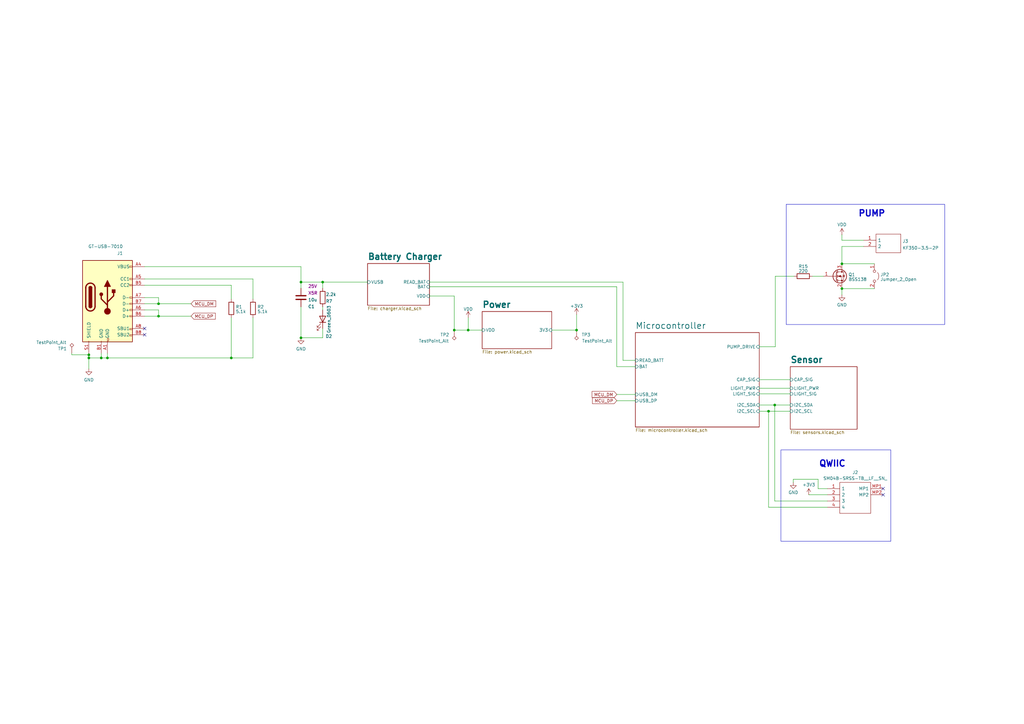
<source format=kicad_sch>
(kicad_sch (version 20231120) (generator "eeschema") (generator_version "8.0")
  (paper "A3")
  (title_block (title "Plant Bot") (date "2025-01-11") (rev "F"))
  (lib_symbols
    (symbol "+3V3_1" (power) (pin_numbers hide) (pin_names (offset 0) hide)
      (property "Value" "+3V3" (at 0 3.556 0))
      (symbol "+3V3_1_0_1"
        (polyline (pts (xy -0.762 1.27) (xy 0 2.54)))
        (polyline (pts (xy 0 0) (xy 0 2.54)))
        (polyline (pts (xy 0 2.54) (xy 0.762 1.27)))
      )
      (symbol "+3V3_1_1_1"
        (pin power_in line (at 0 0 90) (length 0) (name "~") (number "1"))
      )
    )
    (symbol "Capacitor_JLC:10u" (pin_numbers hide) (pin_names (offset 0.254))
      (property "Reference" "C" (at 0.635 2.54 0))
      (property "Value" "10u" (at 0.635 -2.54 0))
      (property "Type" "X5R" (at 5.08 2.54 0))
      (property "Voltage" "25V" (at 5.08 0 0))
      (symbol "10u_0_1"
        (polyline (pts (xy -2.032 -0.762) (xy 2.032 -0.762)) (stroke (width 0.508)))
        (polyline (pts (xy -2.032 0.762) (xy 2.032 0.762)) (stroke (width 0.508)))
      )
      (symbol "10u_1_1"
        (pin passive line (at 0 3.81 270) (length 2.794) (name "~") (number "1"))
        (pin passive line (at 0 -3.81 90) (length 2.794) (name "~") (number "2"))
      )
    )
    (symbol "Connector_JLC:GT-USB-7010" (pin_names (offset 1.016))
      (property "Reference" "J" (at -10.16 29.21 0))
      (property "Value" "GT-USB-7010" (at 10.16 29.21 0))
      (symbol "GT-USB-7010_0_0"
        (rectangle (start 0 -5.08) (end 0.508 -4.064))
        (rectangle (start 10.16 -2.54) (end 9.144 -3.048))
        (rectangle (start 10.16 0) (end 9.144 -0.508))
        (rectangle (start 10.16 5.334) (end 9.144 4.826))
        (rectangle (start 10.16 7.874) (end 9.144 7.366))
        (rectangle (start 10.16 10.414) (end 9.144 9.906))
        (rectangle (start 10.16 12.954) (end 9.144 12.446))
        (rectangle (start 10.16 18.034) (end 9.144 17.526))
        (rectangle (start 10.16 20.574) (end 9.144 20.066))
        (rectangle (start 10.16 25.654) (end 9.144 25.146))
      )
      (symbol "GT-USB-7010_0_1"
        (rectangle (start -10.16 27.94) (end 10.2108 -5.4864) (stroke (width 0.254)) (fill (type background)))
        (arc (start -8.89 9.0932) (mid -6.985 7.1965) (end -5.08 9.0932) (stroke (width 0.508)))
        (arc (start -7.62 9.0932) (mid -6.985 8.4609) (end -6.35 9.0932) (stroke (width 0.254)))
        (arc (start -7.62 9.0932) (mid -6.985 8.4609) (end -6.35 9.0932) (stroke (width 0.254)) (fill (type outline)))
        (rectangle (start -7.62 9.0932) (end -6.35 16.7132) (stroke (width 0.254)) (fill (type outline)))
        (arc (start -6.35 16.7132) (mid -6.985 17.3455) (end -7.62 16.7132) (stroke (width 0.254)))
        (arc (start -6.35 16.7132) (mid -6.985 17.3455) (end -7.62 16.7132) (stroke (width 0.254)) (fill (type outline)))
        (arc (start -5.08 16.7132) (mid -6.985 18.6099) (end -8.89 16.7132) (stroke (width 0.508)))
        (polyline (pts (xy -8.89 9.0932) (xy -8.89 16.7132)) (stroke (width 0.508)))
        (polyline (pts (xy -5.08 16.7132) (xy -5.08 9.0932)) (stroke (width 0.508)))
      )
      (symbol "GT-USB-7010_1_1"
        (circle (center -2.54 14.0462) (radius 0.635) (stroke (width 0.254)) (fill (type outline)))
        (polyline (pts (xy 0 7.0612) (xy 0 17.2212)) (stroke (width 0.508)))
        (polyline (pts (xy 0 9.6012) (xy -2.54 12.1412) (xy -2.54 13.4112)) (stroke (width 0.508)))
        (polyline (pts (xy 0 10.8712) (xy 2.54 13.4112) (xy 2.54 14.6812)) (stroke (width 0.508)))
        (polyline (pts (xy -1.27 17.2212) (xy 0 19.7612) (xy 1.27 17.2212) (xy -1.27 17.2212)) (stroke (width 0.254)) (fill (type outline)))
        (circle (center 0 7.0612) (radius 1.27) (fill (type outline)))
        (rectangle (start 1.905 14.6812) (end 3.175 15.9512) (stroke (width 0.254)) (fill (type outline)))
        (pin passive line (at 0 -10.16 90) (length 5.08) (name "GND") (number "A1"))
        (pin passive line (at 15.24 25.4 180) (length 5.08) (name "VBUS") (number "A4"))
        (pin bidirectional line (at 15.24 20.32 180) (length 5.08) (name "CC1") (number "A5"))
        (pin bidirectional line (at 15.24 7.62 180) (length 5.08) (name "D+") (number "A6"))
        (pin bidirectional line (at 15.24 12.7 180) (length 5.08) (name "D-") (number "A7"))
        (pin bidirectional line (at 15.24 0 180) (length 5.08) (name "SBU1") (number "A8"))
        (pin passive line (at 15.24 25.4 180) (length 5.08) hide (name "VBUS") (number "A9"))
        (pin passive line (at -2.54 -10.16 90) (length 5.08) (name "GND") (number "B1"))
        (pin passive line (at 15.24 25.4 180) (length 5.08) hide (name "VBUS") (number "B4"))
        (pin bidirectional line (at 15.24 17.78 180) (length 5.08) (name "CC2") (number "B5"))
        (pin bidirectional line (at 15.24 5.08 180) (length 5.08) (name "D+") (number "B6"))
        (pin bidirectional line (at 15.24 10.16 180) (length 5.08) (name "D-") (number "B7"))
        (pin bidirectional line (at 15.24 -2.54 180) (length 5.08) (name "SBU2") (number "B8"))
        (pin passive line (at 15.24 25.4 180) (length 5.08) hide (name "VBUS") (number "B9"))
        (pin passive line (at -7.62 -10.16 90) (length 5.08) (name "SHIELD") (number "S1"))
      )
    )
    (symbol "Connector_JLC:KF350-3.5-2P" (pin_names (offset 0.762))
      (property "Reference" "J" (at 16.51 7.62 0))
      (property "Value" "KF350-3.5-2P" (at 16.51 5.08 0))
      (symbol "KF350-3.5-2P_0_0"
        (pin passive line (at 0 0 0) (length 5.08) (name "1") (number "1"))
        (pin passive line (at 0 -2.54 0) (length 5.08) (name "2") (number "2"))
      )
      (symbol "KF350-3.5-2P_0_1"
        (polyline (pts (xy 5.08 2.54) (xy 15.24 2.54) (xy 15.24 -5.08) (xy 5.08 -5.08) (xy 5.08 2.54)) (stroke (width 0.1524)))
      )
    )
    (symbol "Connector_JLC:SM04B-SRSS-TB__LF__SN_" (pin_names (offset 0.762))
      (property "Reference" "J" (at 19.05 7.62 0))
      (property "Value" "SM04B-SRSS-TB__LF__SN_" (at 19.05 5.08 0))
      (symbol "SM04B-SRSS-TB__LF__SN__0_0"
        (pin passive line (at 22.86 0 180) (length 5.08) (name "1") (number "1"))
        (pin passive line (at 22.86 -2.54 180) (length 5.08) (name "2") (number "2"))
        (pin passive line (at 22.86 -5.08 180) (length 5.08) (name "3") (number "3"))
        (pin passive line (at 22.86 -7.62 180) (length 5.08) (name "4") (number "4"))
        (pin passive line (at 0 0 0) (length 5.08) (name "MP1") (number "MP1"))
        (pin passive line (at 0 -2.54 0) (length 5.08) (name "MP2") (number "MP2"))
      )
      (symbol "SM04B-SRSS-TB__LF__SN__0_1"
        (polyline (pts (xy 5.08 2.54) (xy 17.78 2.54) (xy 17.78 -10.16) (xy 5.08 -10.16) (xy 5.08 2.54)) (stroke (width 0.1524)))
      )
    )
    (symbol "Diode_JLC:Green_0603" (pin_numbers hide) (pin_names (offset 1.016) hide)
      (property "Reference" "D" (at 0 5.08 0))
      (property "Value" "Green_0603" (at 0 3.175 0))
      (symbol "Green_0603_0_1"
        (polyline (pts (xy -1.27 -1.27) (xy -1.27 1.27)) (stroke (width 0.254)))
        (polyline (pts (xy -1.27 0) (xy 1.27 0)))
        (polyline (pts (xy 1.27 -1.27) (xy 1.27 1.27) (xy -1.27 0) (xy 1.27 -1.27)) (stroke (width 0.254)))
        (polyline (pts (xy -3.048 -0.762) (xy -4.572 -2.286) (xy -3.81 -2.286) (xy -4.572 -2.286) (xy -4.572 -1.524)))
        (polyline (pts (xy -1.778 -0.762) (xy -3.302 -2.286) (xy -2.54 -2.286) (xy -3.302 -2.286) (xy -3.302 -1.524)))
      )
      (symbol "Green_0603_1_1"
        (pin passive line (at -3.81 0 0) (length 2.54) (name "K") (number "1"))
        (pin passive line (at 3.81 0 180) (length 2.54) (name "A") (number "2"))
      )
    )
    (symbol "GND_1" (power) (pin_numbers hide) (pin_names (offset 0) hide)
      (property "Value" "GND" (at 0 -3.81 0))
      (symbol "GND_1_0_1"
        (polyline (pts (xy 0 0) (xy 0 -1.27) (xy 1.27 -1.27) (xy 0 -2.54) (xy -1.27 -1.27) (xy 0 -1.27)))
      )
      (symbol "GND_1_1_1"
        (pin power_in line (at 0 0 270) (length 0) (name "~") (number "1"))
      )
    )
    (symbol "Jumper:Jumper_2_Open" (pin_names (offset 0) hide)
      (property "Reference" "JP" (at 0 2.794 0))
      (property "Value" "Jumper_2_Open" (at 0 -2.286 0))
      (symbol "Jumper_2_Open_0_0"
        (circle (center -2.032 0) (radius 0.508))
        (circle (center 2.032 0) (radius 0.508))
      )
      (symbol "Jumper_2_Open_0_1"
        (arc (start 1.524 1.27) (mid 0 1.778) (end -1.524 1.27))
      )
      (symbol "Jumper_2_Open_1_1"
        (pin passive line (at -5.08 0 0) (length 2.54) (name "A") (number "1"))
        (pin passive line (at 5.08 0 180) (length 2.54) (name "B") (number "2"))
      )
    )
    (symbol "Resistor_JLC:2.2k" (pin_numbers hide) (pin_names (offset 0))
      (property "Reference" "R" (at 2.032 0 90))
      (property "Value" "2.2k" (at 0 0 90))
      (symbol "2.2k_0_1"
        (rectangle (start -1.016 -2.54) (end 1.016 2.54) (stroke (width 0.254)))
      )
      (symbol "2.2k_1_1"
        (pin passive line (at 0 3.81 270) (length 1.27) (name "~") (number "1"))
        (pin passive line (at 0 -3.81 90) (length 1.27) (name "~") (number "2"))
      )
    )
    (symbol "Resistor_JLC:220" (pin_numbers hide) (pin_names (offset 0))
      (property "Reference" "R" (at 2.032 0 90))
      (property "Value" "220" (at 0 0 90))
      (symbol "220_0_1"
        (rectangle (start -1.016 -2.54) (end 1.016 2.54) (stroke (width 0.254)))
      )
      (symbol "220_1_1"
        (pin passive line (at 0 3.81 270) (length 1.27) (name "~") (number "1"))
        (pin passive line (at 0 -3.81 90) (length 1.27) (name "~") (number "2"))
      )
    )
    (symbol "Resistor_JLC:5.1k" (pin_numbers hide) (pin_names (offset 0))
      (property "Reference" "R" (at 2.032 0 90))
      (property "Value" "5.1k" (at 0 0 90))
      (symbol "5.1k_0_1"
        (rectangle (start -1.016 -2.54) (end 1.016 2.54) (stroke (width 0.254)))
      )
      (symbol "5.1k_1_1"
        (pin passive line (at 0 3.81 270) (length 1.27) (name "~") (number "1"))
        (pin passive line (at 0 -3.81 90) (length 1.27) (name "~") (number "2"))
      )
    )
    (symbol "Transistor_JLC:BSS138" (pin_names hide)
      (property "Reference" "Q" (at 5.08 1.905 0))
      (property "Value" "BSS138" (at 5.08 0 0))
      (symbol "BSS138_0_1"
        (polyline (pts (xy 0.254 0) (xy -2.54 0)))
        (polyline (pts (xy 0.254 1.905) (xy 0.254 -1.905)) (stroke (width 0.254)))
        (polyline (pts (xy 0.762 -1.27) (xy 0.762 -2.286)) (stroke (width 0.254)))
        (polyline (pts (xy 0.762 0.508) (xy 0.762 -0.508)) (stroke (width 0.254)))
        (polyline (pts (xy 0.762 2.286) (xy 0.762 1.27)) (stroke (width 0.254)))
        (polyline (pts (xy 2.54 2.54) (xy 2.54 1.778)))
        (polyline (pts (xy 2.54 -2.54) (xy 2.54 0) (xy 0.762 0)))
        (polyline (pts (xy 0.762 -1.778) (xy 3.302 -1.778) (xy 3.302 1.778) (xy 0.762 1.778)))
        (polyline (pts (xy 1.016 0) (xy 2.032 0.381) (xy 2.032 -0.381) (xy 1.016 0)) (fill (type outline)))
        (polyline (pts (xy 2.794 0.508) (xy 2.921 0.381) (xy 3.683 0.381) (xy 3.81 0.254)))
        (polyline (pts (xy 3.302 0.381) (xy 2.921 -0.254) (xy 3.683 -0.254) (xy 3.302 0.381)))
        (circle (center 1.651 0) (radius 2.794) (stroke (width 0.254)))
        (circle (center 2.54 -1.778) (radius 0.254) (fill (type outline)))
        (circle (center 2.54 1.778) (radius 0.254) (fill (type outline)))
      )
      (symbol "BSS138_1_1"
        (pin input line (at -5.08 0 0) (length 2.54) (name "G") (number "1"))
        (pin passive line (at 2.54 -5.08 90) (length 2.54) (name "S") (number "2"))
        (pin passive line (at 2.54 5.08 270) (length 2.54) (name "D") (number "3"))
      )
    )
    (symbol "VDD_1" (power) (pin_numbers hide) (pin_names (offset 0) hide)
      (property "Value" "VDD" (at 0 3.556 0))
      (symbol "VDD_1_0_1"
        (polyline (pts (xy -0.762 1.27) (xy 0 2.54)))
        (polyline (pts (xy 0 0) (xy 0 2.54)))
        (polyline (pts (xy 0 2.54) (xy 0.762 1.27)))
      )
      (symbol "VDD_1_1_1"
        (pin power_in line (at 0 0 90) (length 0) (name "~") (number "1"))
      )
    )
    (symbol "personal:TestPoint_Alt" (pin_numbers hide) (pin_names (offset 0.762) hide)
      (property "Reference" "TP" (at 0 6.858 0))
      (property "Value" "TestPoint_Alt" (at 0 5.08 0))
      (symbol "TestPoint_Alt_0_1"
        (polyline (pts (xy 0 2.54) (xy -0.762 3.302) (xy 0 4.064) (xy 0.762 3.302) (xy 0 2.54)))
      )
      (symbol "TestPoint_Alt_1_1"
        (pin passive line (at 0 0 90) (length 2.54) (name "1") (number "1"))
      )
    )
    (symbol "power:+3V3" (power) (pin_names (offset 0))
      (property "Value" "+3V3" (at 0 3.556 0))
      (symbol "+3V3_0_1"
        (polyline (pts (xy -0.762 1.27) (xy 0 2.54)))
        (polyline (pts (xy 0 0) (xy 0 2.54)))
        (polyline (pts (xy 0 2.54) (xy 0.762 1.27)))
      )
      (symbol "+3V3_1_1"
        (pin power_in line (at 0 0 90) (length 0) hide (name "+3V3") (number "1"))
      )
    )
    (symbol "power:GND" (power) (pin_names (offset 0))
      (property "Value" "GND" (at 0 -3.81 0))
      (symbol "GND_0_1"
        (polyline (pts (xy 0 0) (xy 0 -1.27) (xy 1.27 -1.27) (xy 0 -2.54) (xy -1.27 -1.27) (xy 0 -1.27)))
      )
      (symbol "GND_1_1"
        (pin power_in line (at 0 0 270) (length 0) hide (name "GND") (number "1"))
      )
    )
    (symbol "power:VDD" (power) (pin_names (offset 0))
      (property "Value" "VDD" (at 0 3.81 0))
      (symbol "VDD_0_1"
        (polyline (pts (xy -0.762 1.27) (xy 0 2.54)))
        (polyline (pts (xy 0 0) (xy 0 2.54)))
        (polyline (pts (xy 0 2.54) (xy 0.762 1.27)))
      )
      (symbol "VDD_1_1"
        (pin power_in line (at 0 0 90) (length 0) hide (name "VDD") (number "1"))
      )
    )
  )
  (junction (at 345.313 118.364))
  (junction (at 65.024 129.667))
  (junction (at 36.449 145.542))
  (junction (at 123.444 115.697))
  (junction (at 94.869 146.812))
  (junction (at 192.024 135.382))
  (junction (at 345.313 108.204))
  (junction (at 41.529 146.812))
  (junction (at 65.024 124.587))
  (junction (at 123.444 138.557))
  (junction (at 236.474 135.382))
  (junction (at 186.309 135.382))
  (junction (at 315.214 168.656))
  (junction (at 132.334 115.697))
  (junction (at 317.754 166.116))
  (junction (at 36.449 146.812))
  (junction (at 44.069 146.812))
  (no_connect (at 59.309 134.747))
  (no_connect (at 362.204 200.406))
  (no_connect (at 362.204 202.946))
  (no_connect (at 59.309 137.287))
  (wire (pts (xy 339.344 200.406) (xy 335.534 200.406)))
  (wire (pts (xy 123.444 115.697) (xy 132.334 115.697)))
  (wire (pts (xy 345.313 98.552) (xy 354.203 98.552)))
  (wire (pts (xy 345.313 118.364) (xy 345.313 120.904)))
  (wire (pts (xy 358.648 118.364) (xy 345.313 118.364)))
  (wire (pts (xy 59.309 109.347) (xy 123.444 109.347)))
  (wire (pts (xy 226.314 135.382) (xy 236.474 135.382)))
  (wire (pts (xy 94.869 146.812) (xy 103.759 146.812)))
  (wire (pts (xy 176.149 117.602) (xy 252.984 117.602)))
  (wire (pts (xy 311.404 159.258) (xy 324.104 159.258)))
  (wire (pts (xy 311.404 161.544) (xy 324.104 161.544)))
  (wire (pts (xy 335.534 196.596) (xy 325.374 196.596)))
  (wire (pts (xy 339.344 208.026) (xy 315.214 208.026)))
  (wire (pts (xy 176.149 121.412) (xy 186.309 121.412)))
  (wire (pts (xy 132.334 115.697) (xy 150.749 115.697)))
  (wire (pts (xy 252.984 161.798) (xy 260.604 161.798)))
  (wire (pts (xy 123.444 109.347) (xy 123.444 115.697)))
  (wire (pts (xy 317.754 205.486) (xy 339.344 205.486)))
  (wire (pts (xy 255.524 147.828) (xy 255.524 115.697)))
  (wire (pts (xy 59.309 127.127) (xy 65.024 127.127)))
  (wire (pts (xy 335.534 200.406) (xy 335.534 196.596)))
  (wire (pts (xy 331.724 202.946) (xy 339.344 202.946)))
  (wire (pts (xy 311.404 142.24) (xy 318.008 142.24)))
  (wire (pts (xy 44.069 146.812) (xy 44.069 144.907)))
  (wire (pts (xy 59.309 122.047) (xy 65.024 122.047)))
  (wire (pts (xy 103.759 114.427) (xy 103.759 122.682)))
  (wire (pts (xy 318.008 142.24) (xy 318.008 113.284)))
  (wire (pts (xy 59.309 114.427) (xy 103.759 114.427)))
  (wire (pts (xy 132.334 118.237) (xy 132.334 115.697)))
  (wire (pts (xy 236.474 129.032) (xy 236.474 135.382)))
  (wire (pts (xy 123.444 125.857) (xy 123.444 138.557)))
  (wire (pts (xy 315.214 168.656) (xy 315.214 208.026)))
  (wire (pts (xy 317.754 166.116) (xy 324.104 166.116)))
  (wire (pts (xy 192.024 130.302) (xy 192.024 135.382)))
  (wire (pts (xy 36.449 145.542) (xy 36.449 146.812)))
  (wire (pts (xy 29.464 144.907) (xy 29.464 145.542)))
  (wire (pts (xy 311.404 155.702) (xy 324.104 155.702)))
  (wire (pts (xy 123.444 118.237) (xy 123.444 115.697)))
  (wire (pts (xy 176.149 115.697) (xy 255.524 115.697)))
  (wire (pts (xy 65.024 122.047) (xy 65.024 124.587)))
  (wire (pts (xy 311.404 168.656) (xy 315.214 168.656)))
  (wire (pts (xy 59.309 124.587) (xy 65.024 124.587)))
  (wire (pts (xy 252.984 117.602) (xy 252.984 150.368)))
  (wire (pts (xy 94.869 116.967) (xy 59.309 116.967)))
  (wire (pts (xy 345.313 98.552) (xy 345.313 96.266)))
  (wire (pts (xy 78.359 124.587) (xy 65.024 124.587)))
  (wire (pts (xy 29.464 145.542) (xy 36.449 145.542)))
  (wire (pts (xy 192.024 135.382) (xy 197.739 135.382)))
  (wire (pts (xy 333.248 113.284) (xy 337.693 113.284)))
  (wire (pts (xy 36.449 146.812) (xy 36.449 151.257)))
  (wire (pts (xy 132.334 127.127) (xy 132.334 125.857)))
  (wire (pts (xy 317.754 166.116) (xy 317.754 205.486)))
  (wire (pts (xy 317.754 166.116) (xy 311.404 166.116)))
  (wire (pts (xy 59.309 129.667) (xy 65.024 129.667)))
  (wire (pts (xy 94.869 146.812) (xy 94.869 130.302)))
  (wire (pts (xy 325.374 196.596) (xy 325.374 197.866)))
  (wire (pts (xy 345.313 108.204) (xy 358.648 108.204)))
  (wire (pts (xy 132.334 134.747) (xy 132.334 138.557)))
  (wire (pts (xy 36.449 146.812) (xy 41.529 146.812)))
  (wire (pts (xy 44.069 146.812) (xy 94.869 146.812)))
  (wire (pts (xy 318.008 113.284) (xy 325.628 113.284)))
  (wire (pts (xy 65.024 129.667) (xy 78.359 129.667)))
  (wire (pts (xy 41.529 146.812) (xy 44.069 146.812)))
  (wire (pts (xy 252.984 150.368) (xy 260.604 150.368)))
  (wire (pts (xy 345.313 101.092) (xy 354.203 101.092)))
  (wire (pts (xy 315.214 168.656) (xy 324.104 168.656)))
  (wire (pts (xy 252.984 164.338) (xy 260.604 164.338)))
  (wire (pts (xy 260.604 147.828) (xy 255.524 147.828)))
  (wire (pts (xy 186.309 135.382) (xy 192.024 135.382)))
  (wire (pts (xy 41.529 144.907) (xy 41.529 146.812)))
  (wire (pts (xy 186.309 121.412) (xy 186.309 135.382)))
  (wire (pts (xy 94.869 122.682) (xy 94.869 116.967)))
  (wire (pts (xy 132.334 138.557) (xy 123.444 138.557)))
  (wire (pts (xy 103.759 130.302) (xy 103.759 146.812)))
  (wire (pts (xy 36.449 144.907) (xy 36.449 145.542)))
  (wire (pts (xy 65.024 129.667) (xy 65.024 127.127)))
  (wire (pts (xy 345.313 101.092) (xy 345.313 108.204)))
  (rectangle (start 320.294 184.531) (end 365.379 221.996))
  (rectangle (start 322.453 83.82) (end 387.477 133.096))
  (text "PUMP" (at 351.917 89.154 0) (effects (font (size 2.54 2.54) (thickness 0.508) (bold yes)) (justify left bottom)))
  (text "QWIIC" (at 335.788 191.77 0) (effects (font (size 2.54 2.54) (thickness 0.508) (bold yes)) (justify left bottom)))
  (global_label "MCU_DP" (shape input) (at 78.359 129.667 0) (property "Intersheetrefs" "${INTERSHEET_REFS}" (effects (hide yes))))
  (global_label "MCU_DM" (shape input) (at 252.984 161.798 180) (property "Intersheetrefs" "${INTERSHEET_REFS}" (effects (hide yes))))
  (global_label "MCU_DP" (shape input) (at 252.984 164.338 180) (property "Intersheetrefs" "${INTERSHEET_REFS}" (effects (hide yes))))
  (global_label "MCU_DM" (shape input) (at 78.359 124.587 0) (property "Intersheetrefs" "${INTERSHEET_REFS}" (effects (hide yes))))
  (symbol (lib_id "Connector_JLC:SM04B-SRSS-TB__LF__SN_") (at 362.204 200.406 0) (mirror y) (unit 1)
    (property "Reference" "J2" (at 350.774 193.7723 0))
    (property "Value" "SM04B-SRSS-TB__LF__SN_" (at 350.774 196.1966 0))
    (property "Footprint" "SM04BSRSSTBLFSN" (effects (hide yes)))
    (property "Datasheet" "https://www.jst-mfg.com/product/pdf/eng/eSH.pdf" (effects (hide yes)))
    (property "Description" "Socket; wire-board; male; SH,SR; 1mm; PIN: 4; SMT; 50V; 1A; -2585C" (effects (hide yes)))
    (property "Height" "2.9" (effects (hide yes)))
    (property "Manufacturer_Name" "JST (JAPAN SOLDERLESS TERMINALS)" (effects (hide yes)))
    (property "Manufacturer_Part_Number" "SM04B-SRSS-TB (LF)(SN)" (effects (hide yes)))
    (property "LCSC" "C160404" (effects (hide yes)))
  )
  (symbol (lib_id "Diode_JLC:Green_0603") (at 132.334 130.937 270) (mirror x) (unit 1)
    (property "Reference" "D2" (at 134.874 137.922 90))
    (property "Value" "Green_0603" (at 134.874 130.937 0))
    (property "Footprint" "LED_SMD:LED_0603_1608Metric" (effects (hide yes)))
    (property "Datasheet" "https://datasheet.lcsc.com/lcsc/1811101510_Everlight-Elec-19-217-GHC-YR1S2-3T_C72043.pdf" (effects (hide yes)))
    (property "LCSC" "C72043" (effects (hide yes)))
  )
  (symbol (lib_id "Resistor_JLC:5.1k") (at 103.759 126.492 0) (unit 1)
    (property "Reference" "R2" (at 105.537 125.8483 0) (effects (justify left)))
    (property "Value" "5.1k" (at 105.537 127.7693 0) (effects (justify left)))
    (property "Footprint" "Resistor_SMD:R_0402_1005Metric" (effects (hide yes)))
    (property "LCSC" "C2906948" (effects (hide yes)))
  )
  (symbol (lib_id "Connector_JLC:KF350-3.5-2P") (at 354.203 98.552 0) (unit 1)
    (property "Reference" "J3" (at 370.1542 98.9135 0) (effects (justify left)))
    (property "Value" "KF350-3.5-2P" (at 370.1542 101.6886 0) (effects (justify left)))
    (property "Footprint" "KF350352P" (effects (hide yes)))
    (property "Datasheet" "https://datasheet.lcsc.com/szlcsc/2001160007_Cixi-Kefa-Elec-KF350-3-5-2P_C474892.pdf" (effects (hide yes)))
    (property "Description" "P=3.5mm Screw terminal RoHS 2 Pos" (effects (hide yes)))
    (property "Height" "8.8" (effects (hide yes)))
    (property "Manufacturer_Name" "CIXI KEFA ELECTRONICS" (effects (hide yes)))
    (property "Manufacturer_Part_Number" "KF350-3.5-2P" (effects (hide yes)))
    (property "LCSC" "C474892" (effects (hide yes)))
  )
  (symbol (lib_id "personal:TestPoint_Alt") (at 29.464 144.907 0) (mirror y) (unit 1)
    (property "Reference" "TP1" (at 23.749 143.002 0) (effects (justify right)))
    (property "Value" "TestPoint_Alt" (at 14.859 140.462 0) (effects (justify right)))
    (property "Footprint" "TestPoint:TestPoint_Pad_1.0x1.0mm" (effects (hide yes)))
  )
  (symbol (lib_id "Resistor_JLC:5.1k") (at 94.869 126.492 0) (unit 1)
    (property "Reference" "R1" (at 96.647 125.8483 0) (effects (justify left)))
    (property "Value" "5.1k" (at 96.647 127.7693 0) (effects (justify left)))
    (property "Footprint" "Resistor_SMD:R_0402_1005Metric" (effects (hide yes)))
    (property "LCSC" "C2906948" (effects (hide yes)))
  )
  (symbol (lib_id "Capacitor_JLC:10u") (at 123.444 122.047 0) (mirror x) (unit 1)
    (property "Reference" "C1" (at 126.365 125.7306 0) (effects (justify left)))
    (property "Value" "10u" (at 126.365 122.9555 0) (effects (justify left)))
    (property "Footprint" "Capacitor_SMD:C_0805_2012Metric" (effects (hide yes)))
    (property "Type" "X5R" (at 126.365 120.1804 0) (effects (justify left)))
    (property "LCSC" "C15850" (effects (hide yes)))
    (property "Voltage" "25V" (at 126.365 117.4053 0) (effects (justify left)))
  )
  (symbol (lib_id "power:GND") (at 345.313 120.904 0) (unit 1)
    (property "Reference" "#PWR015" (effects (hide yes)))
    (property "Value" "GND" (at 345.313 125.0395 0))
  )
  (symbol (lib_id "Jumper:Jumper_2_Open") (at 358.648 113.284 270) (unit 1)
    (property "Reference" "JP2" (at 361.061 112.6403 90) (effects (justify left)))
    (property "Value" "Jumper_2_Open" (at 361.061 114.5613 90) (effects (justify left)))
    (property "Footprint" "Jumper:SolderJumper-2_P1.3mm_Open_RoundedPad1.0x1.5mm" (effects (hide yes)))
  )
  (symbol (lib_name "+3V3_1") (lib_id "power:+3V3") (at 331.724 202.946 0) (unit 1)
    (property "Reference" "#PWR06" (effects (hide yes)))
    (property "Value" "+3V3" (at 331.724 198.8129 0))
    (property "Description" "Power symbol creates a global label with name \"+3V3\"" (effects (hide yes)))
  )
  (symbol (lib_id "personal:TestPoint_Alt") (at 186.309 135.382 180) (unit 1)
    (property "Reference" "TP2" (at 180.594 137.287 0) (effects (justify right)))
    (property "Value" "TestPoint_Alt" (at 171.704 139.827 0) (effects (justify right)))
    (property "Footprint" "TestPoint:TestPoint_Pad_1.0x1.0mm" (effects (hide yes)))
  )
  (symbol (lib_name "GND_1") (lib_id "power:GND") (at 325.374 197.866 0) (unit 1)
    (property "Reference" "#PWR05" (effects (hide yes)))
    (property "Value" "GND" (at 325.374 201.9991 0))
    (property "Description" "Power symbol creates a global label with name \"GND\" , ground" (effects (hide yes)))
  )
  (symbol (lib_id "power:+3V3") (at 236.474 129.032 0) (unit 1)
    (property "Reference" "#PWR04" (effects (hide yes)))
    (property "Value" "+3V3" (at 236.474 125.5301 0))
  )
  (symbol (lib_name "VDD_1") (lib_id "power:VDD") (at 345.313 96.266 0) (unit 1)
    (property "Reference" "#PWR016" (effects (hide yes)))
    (property "Value" "VDD" (at 345.313 92.1329 0))
    (property "Description" "Power symbol creates a global label with name \"VDD\"" (effects (hide yes)))
  )
  (symbol (lib_id "power:GND") (at 123.444 138.557 0) (unit 1)
    (property "Reference" "#PWR02" (effects (hide yes)))
    (property "Value" "GND" (at 123.444 143.1195 0))
  )
  (symbol (lib_id "Connector_JLC:GT-USB-7010") (at 44.069 134.747 0) (unit 1)
    (property "Reference" "J1" (at 50.419 103.8671 0) (effects (justify right)))
    (property "Value" "GT-USB-7010" (at 50.419 101.092 0) (effects (justify right)))
    (property "Footprint" "Connectors_JT:GT-USB-7010A" (effects (hide yes)))
    (property "Datasheet" "https://www.dg-switch.com/uploads/soft/190828/GT-USB-7010X.pdf" (effects (hide yes)))
    (property "LCSC" "C963370" (effects (hide yes)))
  )
  (symbol (lib_id "personal:TestPoint_Alt") (at 236.474 135.382 0) (mirror x) (unit 1)
    (property "Reference" "TP3" (at 242.189 137.287 0) (effects (justify right)))
    (property "Value" "TestPoint_Alt" (at 251.079 139.827 0) (effects (justify right)))
    (property "Footprint" "TestPoint:TestPoint_Pad_1.0x1.0mm" (effects (hide yes)))
  )
  (symbol (lib_id "power:GND") (at 36.449 151.257 0) (unit 1)
    (property "Reference" "#PWR01" (effects (hide yes)))
    (property "Value" "GND" (at 36.449 155.8195 0))
  )
  (symbol (lib_id "Resistor_JLC:220") (at 329.438 113.284 90) (unit 1)
    (property "Reference" "R15" (at 329.438 109.2581 90))
    (property "Value" "220" (at 329.438 111.1791 90))
    (property "Footprint" "Resistor_SMD:R_0402_1005Metric" (effects (hide yes)))
    (property "LCSC" "C25091" (effects (hide yes)))
  )
  (symbol (lib_id "Resistor_JLC:2.2k") (at 132.334 122.047 0) (mirror x) (unit 1)
    (property "Reference" "R7" (at 133.604 123.5521 0) (effects (justify left)))
    (property "Value" "2.2k" (at 133.604 120.777 0) (effects (justify left)))
    (property "Footprint" "Resistor_SMD:R_0402_1005Metric" (effects (hide yes)))
    (property "LCSC" "C25879" (effects (hide yes)))
  )
  (symbol (lib_id "power:VDD") (at 192.024 130.302 0) (unit 1)
    (property "Reference" "#PWR03" (effects (hide yes)))
    (property "Value" "VDD" (at 192.024 126.8001 0))
  )
  (symbol (lib_id "Transistor_JLC:BSS138") (at 342.773 113.284 0) (unit 1)
    (property "Reference" "Q1" (at 347.98 112.6403 0) (effects (justify left)))
    (property "Value" "BSS138" (at 347.98 114.5613 0) (effects (justify left)))
    (property "Footprint" "Package_TO_SOT_SMD:SOT-23" (effects (hide yes)))
    (property "Datasheet" "https://jlcpcb.com/api/file/downloadByFileSystemAccessId/8560092272794116096" (effects (hide yes)))
    (property "LCSC" "C40912" (effects (hide yes)))
  )
  (sheet (at 260.604 136.398) (size 50.8 38.735) (stroke (width 0.1524))
    (property "Sheetname" "Microcontroller" (at 260.604 135.0514 0) (effects (font (size 2.54 2.54) (thickness 0.2544) (bold yes)) (justify left bottom)))
    (property "Sheetfile" "microcontroller.kicad_sch" (at 260.604 175.7176 0) (effects (justify left top)))
    (pin "READ_BATT" input (at 260.604 147.828 180))
    (pin "BAT" input (at 260.604 150.368 180))
    (pin "USB_DM" input (at 260.604 161.798 180))
    (pin "USB_DP" input (at 260.604 164.338 180))
    (pin "I2C_SDA" input (at 311.404 166.116 0))
    (pin "I2C_SCL" input (at 311.404 168.656 0))
    (pin "LIGHT_PWR" input (at 311.404 159.258 0))
    (pin "LIGHT_SIG" input (at 311.404 161.544 0))
    (pin "PUMP_DRIVE" input (at 311.404 142.24 0))
    (pin "CAP_SIG" input (at 311.404 155.702 0))
  )
  (sheet (at 150.749 108.077) (size 25.4 17.145) (stroke (width 0.1524))
    (property "Sheetname" "Battery Charger" (at 150.749 106.7304 0) (effects (font (size 2.54 2.54) (thickness 0.508) (bold yes)) (justify left bottom)))
    (property "Sheetfile" "charger.kicad_sch" (at 150.749 125.8066 0) (effects (justify left top)))
    (pin "VUSB" input (at 150.749 115.697 180))
    (pin "READ_BAT" input (at 176.149 115.697 0))
    (pin "BAT" input (at 176.149 117.602 0))
    (pin "VDD" input (at 176.149 121.412 0))
  )
  (sheet (at 197.739 127.762) (size 28.575 15.24) (stroke (width 0.1524))
    (property "Sheetname" "Power" (at 197.739 126.4154 0) (effects (font (size 2.54 2.54) (thickness 0.508) (bold yes)) (justify left bottom)))
    (property "Sheetfile" "power.kicad_sch" (at 197.739 143.5866 0) (effects (justify left top)))
    (pin "VDD" input (at 197.739 135.382 180))
    (pin "3V3" input (at 226.314 135.382 0))
  )
  (sheet (at 324.104 150.368) (size 27.432 25.654) (stroke (width 0.1524))
    (property "Sheetname" "Sensor" (at 324.104 149.0214 0) (effects (font (size 2.54 2.54) (bold yes)) (justify left bottom)))
    (property "Sheetfile" "sensors.kicad_sch" (at 324.104 176.6066 0) (effects (justify left top)))
    (pin "I2C_SCL" input (at 324.104 168.656 180))
    (pin "I2C_SDA" input (at 324.104 166.116 180))
    (pin "LIGHT_PWR" input (at 324.104 159.258 180))
    (pin "LIGHT_SIG" input (at 324.104 161.544 180))
    (pin "CAP_SIG" input (at 324.104 155.702 180))
  )
)
</source>
